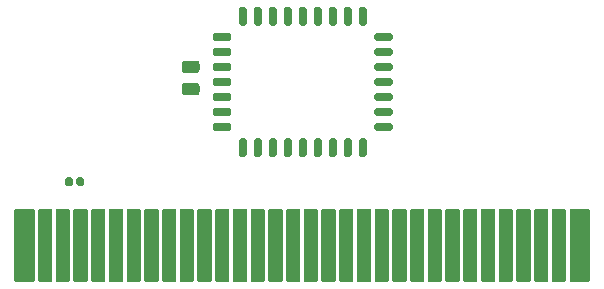
<source format=gts>
%TF.GenerationSoftware,KiCad,Pcbnew,(5.1.8)-1*%
%TF.CreationDate,2020-12-20T15:01:14+01:00*%
%TF.ProjectId,GBA Cart,47424120-4361-4727-942e-6b696361645f,rev?*%
%TF.SameCoordinates,Original*%
%TF.FileFunction,Soldermask,Top*%
%TF.FilePolarity,Negative*%
%FSLAX46Y46*%
G04 Gerber Fmt 4.6, Leading zero omitted, Abs format (unit mm)*
G04 Created by KiCad (PCBNEW (5.1.8)-1) date 2020-12-20 15:01:14*
%MOMM*%
%LPD*%
G01*
G04 APERTURE LIST*
G04 APERTURE END LIST*
%TO.C,R2*%
G36*
G01*
X31679200Y-48521000D02*
X31679200Y-48126000D01*
G75*
G02*
X31851700Y-47953500I172500J0D01*
G01*
X32196700Y-47953500D01*
G75*
G02*
X32369200Y-48126000I0J-172500D01*
G01*
X32369200Y-48521000D01*
G75*
G02*
X32196700Y-48693500I-172500J0D01*
G01*
X31851700Y-48693500D01*
G75*
G02*
X31679200Y-48521000I0J172500D01*
G01*
G37*
G36*
G01*
X30709200Y-48521000D02*
X30709200Y-48126000D01*
G75*
G02*
X30881700Y-47953500I172500J0D01*
G01*
X31226700Y-47953500D01*
G75*
G02*
X31399200Y-48126000I0J-172500D01*
G01*
X31399200Y-48521000D01*
G75*
G02*
X31226700Y-48693500I-172500J0D01*
G01*
X30881700Y-48693500D01*
G75*
G02*
X30709200Y-48521000I0J172500D01*
G01*
G37*
%TD*%
%TO.C,J1*%
G36*
G01*
X73445760Y-56715940D02*
X73445760Y-50715940D01*
G75*
G02*
X73547360Y-50614340I101600J0D01*
G01*
X75047360Y-50614340D01*
G75*
G02*
X75148960Y-50715940I0J-101600D01*
G01*
X75148960Y-56715940D01*
G75*
G02*
X75047360Y-56817540I-101600J0D01*
G01*
X73547360Y-56817540D01*
G75*
G02*
X73445760Y-56715940I0J101600D01*
G01*
G37*
G36*
G01*
X71945760Y-56715941D02*
X71945760Y-50715939D01*
G75*
G02*
X72047359Y-50614340I101599J0D01*
G01*
X73047361Y-50614340D01*
G75*
G02*
X73148960Y-50715939I0J-101599D01*
G01*
X73148960Y-56715941D01*
G75*
G02*
X73047361Y-56817540I-101599J0D01*
G01*
X72047359Y-56817540D01*
G75*
G02*
X71945760Y-56715941I0J101599D01*
G01*
G37*
G36*
G01*
X70445760Y-56715941D02*
X70445760Y-50715939D01*
G75*
G02*
X70547359Y-50614340I101599J0D01*
G01*
X71547361Y-50614340D01*
G75*
G02*
X71648960Y-50715939I0J-101599D01*
G01*
X71648960Y-56715941D01*
G75*
G02*
X71547361Y-56817540I-101599J0D01*
G01*
X70547359Y-56817540D01*
G75*
G02*
X70445760Y-56715941I0J101599D01*
G01*
G37*
G36*
G01*
X68945760Y-56715941D02*
X68945760Y-50715939D01*
G75*
G02*
X69047359Y-50614340I101599J0D01*
G01*
X70047361Y-50614340D01*
G75*
G02*
X70148960Y-50715939I0J-101599D01*
G01*
X70148960Y-56715941D01*
G75*
G02*
X70047361Y-56817540I-101599J0D01*
G01*
X69047359Y-56817540D01*
G75*
G02*
X68945760Y-56715941I0J101599D01*
G01*
G37*
G36*
G01*
X67445760Y-56715941D02*
X67445760Y-50715939D01*
G75*
G02*
X67547359Y-50614340I101599J0D01*
G01*
X68547361Y-50614340D01*
G75*
G02*
X68648960Y-50715939I0J-101599D01*
G01*
X68648960Y-56715941D01*
G75*
G02*
X68547361Y-56817540I-101599J0D01*
G01*
X67547359Y-56817540D01*
G75*
G02*
X67445760Y-56715941I0J101599D01*
G01*
G37*
G36*
G01*
X65945760Y-56715941D02*
X65945760Y-50715939D01*
G75*
G02*
X66047359Y-50614340I101599J0D01*
G01*
X67047361Y-50614340D01*
G75*
G02*
X67148960Y-50715939I0J-101599D01*
G01*
X67148960Y-56715941D01*
G75*
G02*
X67047361Y-56817540I-101599J0D01*
G01*
X66047359Y-56817540D01*
G75*
G02*
X65945760Y-56715941I0J101599D01*
G01*
G37*
G36*
G01*
X64445760Y-56715941D02*
X64445760Y-50715939D01*
G75*
G02*
X64547359Y-50614340I101599J0D01*
G01*
X65547361Y-50614340D01*
G75*
G02*
X65648960Y-50715939I0J-101599D01*
G01*
X65648960Y-56715941D01*
G75*
G02*
X65547361Y-56817540I-101599J0D01*
G01*
X64547359Y-56817540D01*
G75*
G02*
X64445760Y-56715941I0J101599D01*
G01*
G37*
G36*
G01*
X62945760Y-56715941D02*
X62945760Y-50715939D01*
G75*
G02*
X63047359Y-50614340I101599J0D01*
G01*
X64047361Y-50614340D01*
G75*
G02*
X64148960Y-50715939I0J-101599D01*
G01*
X64148960Y-56715941D01*
G75*
G02*
X64047361Y-56817540I-101599J0D01*
G01*
X63047359Y-56817540D01*
G75*
G02*
X62945760Y-56715941I0J101599D01*
G01*
G37*
G36*
G01*
X61445760Y-56715941D02*
X61445760Y-50715939D01*
G75*
G02*
X61547359Y-50614340I101599J0D01*
G01*
X62547361Y-50614340D01*
G75*
G02*
X62648960Y-50715939I0J-101599D01*
G01*
X62648960Y-56715941D01*
G75*
G02*
X62547361Y-56817540I-101599J0D01*
G01*
X61547359Y-56817540D01*
G75*
G02*
X61445760Y-56715941I0J101599D01*
G01*
G37*
G36*
G01*
X59945760Y-56715941D02*
X59945760Y-50715939D01*
G75*
G02*
X60047359Y-50614340I101599J0D01*
G01*
X61047361Y-50614340D01*
G75*
G02*
X61148960Y-50715939I0J-101599D01*
G01*
X61148960Y-56715941D01*
G75*
G02*
X61047361Y-56817540I-101599J0D01*
G01*
X60047359Y-56817540D01*
G75*
G02*
X59945760Y-56715941I0J101599D01*
G01*
G37*
G36*
G01*
X58445760Y-56715941D02*
X58445760Y-50715939D01*
G75*
G02*
X58547359Y-50614340I101599J0D01*
G01*
X59547361Y-50614340D01*
G75*
G02*
X59648960Y-50715939I0J-101599D01*
G01*
X59648960Y-56715941D01*
G75*
G02*
X59547361Y-56817540I-101599J0D01*
G01*
X58547359Y-56817540D01*
G75*
G02*
X58445760Y-56715941I0J101599D01*
G01*
G37*
G36*
G01*
X56945760Y-56715941D02*
X56945760Y-50715939D01*
G75*
G02*
X57047359Y-50614340I101599J0D01*
G01*
X58047361Y-50614340D01*
G75*
G02*
X58148960Y-50715939I0J-101599D01*
G01*
X58148960Y-56715941D01*
G75*
G02*
X58047361Y-56817540I-101599J0D01*
G01*
X57047359Y-56817540D01*
G75*
G02*
X56945760Y-56715941I0J101599D01*
G01*
G37*
G36*
G01*
X55445760Y-56715941D02*
X55445760Y-50715939D01*
G75*
G02*
X55547359Y-50614340I101599J0D01*
G01*
X56547361Y-50614340D01*
G75*
G02*
X56648960Y-50715939I0J-101599D01*
G01*
X56648960Y-56715941D01*
G75*
G02*
X56547361Y-56817540I-101599J0D01*
G01*
X55547359Y-56817540D01*
G75*
G02*
X55445760Y-56715941I0J101599D01*
G01*
G37*
G36*
G01*
X53945760Y-56715941D02*
X53945760Y-50715939D01*
G75*
G02*
X54047359Y-50614340I101599J0D01*
G01*
X55047361Y-50614340D01*
G75*
G02*
X55148960Y-50715939I0J-101599D01*
G01*
X55148960Y-56715941D01*
G75*
G02*
X55047361Y-56817540I-101599J0D01*
G01*
X54047359Y-56817540D01*
G75*
G02*
X53945760Y-56715941I0J101599D01*
G01*
G37*
G36*
G01*
X52445760Y-56715941D02*
X52445760Y-50715939D01*
G75*
G02*
X52547359Y-50614340I101599J0D01*
G01*
X53547361Y-50614340D01*
G75*
G02*
X53648960Y-50715939I0J-101599D01*
G01*
X53648960Y-56715941D01*
G75*
G02*
X53547361Y-56817540I-101599J0D01*
G01*
X52547359Y-56817540D01*
G75*
G02*
X52445760Y-56715941I0J101599D01*
G01*
G37*
G36*
G01*
X50945760Y-56715941D02*
X50945760Y-50715939D01*
G75*
G02*
X51047359Y-50614340I101599J0D01*
G01*
X52047361Y-50614340D01*
G75*
G02*
X52148960Y-50715939I0J-101599D01*
G01*
X52148960Y-56715941D01*
G75*
G02*
X52047361Y-56817540I-101599J0D01*
G01*
X51047359Y-56817540D01*
G75*
G02*
X50945760Y-56715941I0J101599D01*
G01*
G37*
G36*
G01*
X49445760Y-56715941D02*
X49445760Y-50715939D01*
G75*
G02*
X49547359Y-50614340I101599J0D01*
G01*
X50547361Y-50614340D01*
G75*
G02*
X50648960Y-50715939I0J-101599D01*
G01*
X50648960Y-56715941D01*
G75*
G02*
X50547361Y-56817540I-101599J0D01*
G01*
X49547359Y-56817540D01*
G75*
G02*
X49445760Y-56715941I0J101599D01*
G01*
G37*
G36*
G01*
X47945760Y-56715941D02*
X47945760Y-50715939D01*
G75*
G02*
X48047359Y-50614340I101599J0D01*
G01*
X49047361Y-50614340D01*
G75*
G02*
X49148960Y-50715939I0J-101599D01*
G01*
X49148960Y-56715941D01*
G75*
G02*
X49047361Y-56817540I-101599J0D01*
G01*
X48047359Y-56817540D01*
G75*
G02*
X47945760Y-56715941I0J101599D01*
G01*
G37*
G36*
G01*
X46445760Y-56715941D02*
X46445760Y-50715939D01*
G75*
G02*
X46547359Y-50614340I101599J0D01*
G01*
X47547361Y-50614340D01*
G75*
G02*
X47648960Y-50715939I0J-101599D01*
G01*
X47648960Y-56715941D01*
G75*
G02*
X47547361Y-56817540I-101599J0D01*
G01*
X46547359Y-56817540D01*
G75*
G02*
X46445760Y-56715941I0J101599D01*
G01*
G37*
G36*
G01*
X44945760Y-56715941D02*
X44945760Y-50715939D01*
G75*
G02*
X45047359Y-50614340I101599J0D01*
G01*
X46047361Y-50614340D01*
G75*
G02*
X46148960Y-50715939I0J-101599D01*
G01*
X46148960Y-56715941D01*
G75*
G02*
X46047361Y-56817540I-101599J0D01*
G01*
X45047359Y-56817540D01*
G75*
G02*
X44945760Y-56715941I0J101599D01*
G01*
G37*
G36*
G01*
X43445760Y-56715941D02*
X43445760Y-50715939D01*
G75*
G02*
X43547359Y-50614340I101599J0D01*
G01*
X44547361Y-50614340D01*
G75*
G02*
X44648960Y-50715939I0J-101599D01*
G01*
X44648960Y-56715941D01*
G75*
G02*
X44547361Y-56817540I-101599J0D01*
G01*
X43547359Y-56817540D01*
G75*
G02*
X43445760Y-56715941I0J101599D01*
G01*
G37*
G36*
G01*
X41945760Y-56715941D02*
X41945760Y-50715939D01*
G75*
G02*
X42047359Y-50614340I101599J0D01*
G01*
X43047361Y-50614340D01*
G75*
G02*
X43148960Y-50715939I0J-101599D01*
G01*
X43148960Y-56715941D01*
G75*
G02*
X43047361Y-56817540I-101599J0D01*
G01*
X42047359Y-56817540D01*
G75*
G02*
X41945760Y-56715941I0J101599D01*
G01*
G37*
G36*
G01*
X40445760Y-56715941D02*
X40445760Y-50715939D01*
G75*
G02*
X40547359Y-50614340I101599J0D01*
G01*
X41547361Y-50614340D01*
G75*
G02*
X41648960Y-50715939I0J-101599D01*
G01*
X41648960Y-56715941D01*
G75*
G02*
X41547361Y-56817540I-101599J0D01*
G01*
X40547359Y-56817540D01*
G75*
G02*
X40445760Y-56715941I0J101599D01*
G01*
G37*
G36*
G01*
X38945760Y-56715941D02*
X38945760Y-50715939D01*
G75*
G02*
X39047359Y-50614340I101599J0D01*
G01*
X40047361Y-50614340D01*
G75*
G02*
X40148960Y-50715939I0J-101599D01*
G01*
X40148960Y-56715941D01*
G75*
G02*
X40047361Y-56817540I-101599J0D01*
G01*
X39047359Y-56817540D01*
G75*
G02*
X38945760Y-56715941I0J101599D01*
G01*
G37*
G36*
G01*
X37445760Y-56715941D02*
X37445760Y-50715939D01*
G75*
G02*
X37547359Y-50614340I101599J0D01*
G01*
X38547361Y-50614340D01*
G75*
G02*
X38648960Y-50715939I0J-101599D01*
G01*
X38648960Y-56715941D01*
G75*
G02*
X38547361Y-56817540I-101599J0D01*
G01*
X37547359Y-56817540D01*
G75*
G02*
X37445760Y-56715941I0J101599D01*
G01*
G37*
G36*
G01*
X35945760Y-56715941D02*
X35945760Y-50715939D01*
G75*
G02*
X36047359Y-50614340I101599J0D01*
G01*
X37047361Y-50614340D01*
G75*
G02*
X37148960Y-50715939I0J-101599D01*
G01*
X37148960Y-56715941D01*
G75*
G02*
X37047361Y-56817540I-101599J0D01*
G01*
X36047359Y-56817540D01*
G75*
G02*
X35945760Y-56715941I0J101599D01*
G01*
G37*
G36*
G01*
X34445760Y-56715941D02*
X34445760Y-50715939D01*
G75*
G02*
X34547359Y-50614340I101599J0D01*
G01*
X35547361Y-50614340D01*
G75*
G02*
X35648960Y-50715939I0J-101599D01*
G01*
X35648960Y-56715941D01*
G75*
G02*
X35547361Y-56817540I-101599J0D01*
G01*
X34547359Y-56817540D01*
G75*
G02*
X34445760Y-56715941I0J101599D01*
G01*
G37*
G36*
G01*
X32945760Y-56715941D02*
X32945760Y-50715939D01*
G75*
G02*
X33047359Y-50614340I101599J0D01*
G01*
X34047361Y-50614340D01*
G75*
G02*
X34148960Y-50715939I0J-101599D01*
G01*
X34148960Y-56715941D01*
G75*
G02*
X34047361Y-56817540I-101599J0D01*
G01*
X33047359Y-56817540D01*
G75*
G02*
X32945760Y-56715941I0J101599D01*
G01*
G37*
G36*
G01*
X31445760Y-56715941D02*
X31445760Y-50715939D01*
G75*
G02*
X31547359Y-50614340I101599J0D01*
G01*
X32547361Y-50614340D01*
G75*
G02*
X32648960Y-50715939I0J-101599D01*
G01*
X32648960Y-56715941D01*
G75*
G02*
X32547361Y-56817540I-101599J0D01*
G01*
X31547359Y-56817540D01*
G75*
G02*
X31445760Y-56715941I0J101599D01*
G01*
G37*
G36*
G01*
X29945760Y-56715941D02*
X29945760Y-50715939D01*
G75*
G02*
X30047359Y-50614340I101599J0D01*
G01*
X31047361Y-50614340D01*
G75*
G02*
X31148960Y-50715939I0J-101599D01*
G01*
X31148960Y-56715941D01*
G75*
G02*
X31047361Y-56817540I-101599J0D01*
G01*
X30047359Y-56817540D01*
G75*
G02*
X29945760Y-56715941I0J101599D01*
G01*
G37*
G36*
G01*
X28445760Y-56715941D02*
X28445760Y-50715939D01*
G75*
G02*
X28547359Y-50614340I101599J0D01*
G01*
X29547361Y-50614340D01*
G75*
G02*
X29648960Y-50715939I0J-101599D01*
G01*
X29648960Y-56715941D01*
G75*
G02*
X29547361Y-56817540I-101599J0D01*
G01*
X28547359Y-56817540D01*
G75*
G02*
X28445760Y-56715941I0J101599D01*
G01*
G37*
G36*
G01*
X26445760Y-56715940D02*
X26445760Y-50715940D01*
G75*
G02*
X26547360Y-50614340I101600J0D01*
G01*
X28047360Y-50614340D01*
G75*
G02*
X28148960Y-50715940I0J-101600D01*
G01*
X28148960Y-56715940D01*
G75*
G02*
X28047360Y-56817540I-101600J0D01*
G01*
X26547360Y-56817540D01*
G75*
G02*
X26445760Y-56715940I0J101600D01*
G01*
G37*
%TD*%
%TO.C,C1*%
G36*
G01*
X40890250Y-39937700D02*
X41852750Y-39937700D01*
G75*
G02*
X42121500Y-40206450I0J-268750D01*
G01*
X42121500Y-40743950D01*
G75*
G02*
X41852750Y-41012700I-268750J0D01*
G01*
X40890250Y-41012700D01*
G75*
G02*
X40621500Y-40743950I0J268750D01*
G01*
X40621500Y-40206450D01*
G75*
G02*
X40890250Y-39937700I268750J0D01*
G01*
G37*
G36*
G01*
X40890250Y-38062700D02*
X41852750Y-38062700D01*
G75*
G02*
X42121500Y-38331450I0J-268750D01*
G01*
X42121500Y-38868950D01*
G75*
G02*
X41852750Y-39137700I-268750J0D01*
G01*
X40890250Y-39137700D01*
G75*
G02*
X40621500Y-38868950I0J268750D01*
G01*
X40621500Y-38331450D01*
G75*
G02*
X40890250Y-38062700I268750J0D01*
G01*
G37*
%TD*%
%TO.C,U1*%
G36*
G01*
X44638500Y-38958000D02*
X43413500Y-38958000D01*
G75*
G02*
X43238500Y-38783000I0J175000D01*
G01*
X43238500Y-38433000D01*
G75*
G02*
X43413500Y-38258000I175000J0D01*
G01*
X44638500Y-38258000D01*
G75*
G02*
X44813500Y-38433000I0J-175000D01*
G01*
X44813500Y-38783000D01*
G75*
G02*
X44638500Y-38958000I-175000J0D01*
G01*
G37*
G36*
G01*
X44638500Y-37688000D02*
X43413500Y-37688000D01*
G75*
G02*
X43238500Y-37513000I0J175000D01*
G01*
X43238500Y-37163000D01*
G75*
G02*
X43413500Y-36988000I175000J0D01*
G01*
X44638500Y-36988000D01*
G75*
G02*
X44813500Y-37163000I0J-175000D01*
G01*
X44813500Y-37513000D01*
G75*
G02*
X44638500Y-37688000I-175000J0D01*
G01*
G37*
G36*
G01*
X44638500Y-36418000D02*
X43413500Y-36418000D01*
G75*
G02*
X43238500Y-36243000I0J175000D01*
G01*
X43238500Y-35893000D01*
G75*
G02*
X43413500Y-35718000I175000J0D01*
G01*
X44638500Y-35718000D01*
G75*
G02*
X44813500Y-35893000I0J-175000D01*
G01*
X44813500Y-36243000D01*
G75*
G02*
X44638500Y-36418000I-175000J0D01*
G01*
G37*
G36*
G01*
X45958500Y-35103000D02*
X45608500Y-35103000D01*
G75*
G02*
X45433500Y-34928000I0J175000D01*
G01*
X45433500Y-33703000D01*
G75*
G02*
X45608500Y-33528000I175000J0D01*
G01*
X45958500Y-33528000D01*
G75*
G02*
X46133500Y-33703000I0J-175000D01*
G01*
X46133500Y-34928000D01*
G75*
G02*
X45958500Y-35103000I-175000J0D01*
G01*
G37*
G36*
G01*
X47228500Y-35103000D02*
X46878500Y-35103000D01*
G75*
G02*
X46703500Y-34928000I0J175000D01*
G01*
X46703500Y-33703000D01*
G75*
G02*
X46878500Y-33528000I175000J0D01*
G01*
X47228500Y-33528000D01*
G75*
G02*
X47403500Y-33703000I0J-175000D01*
G01*
X47403500Y-34928000D01*
G75*
G02*
X47228500Y-35103000I-175000J0D01*
G01*
G37*
G36*
G01*
X48498500Y-35103000D02*
X48148500Y-35103000D01*
G75*
G02*
X47973500Y-34928000I0J175000D01*
G01*
X47973500Y-33703000D01*
G75*
G02*
X48148500Y-33528000I175000J0D01*
G01*
X48498500Y-33528000D01*
G75*
G02*
X48673500Y-33703000I0J-175000D01*
G01*
X48673500Y-34928000D01*
G75*
G02*
X48498500Y-35103000I-175000J0D01*
G01*
G37*
G36*
G01*
X49768500Y-35103000D02*
X49418500Y-35103000D01*
G75*
G02*
X49243500Y-34928000I0J175000D01*
G01*
X49243500Y-33703000D01*
G75*
G02*
X49418500Y-33528000I175000J0D01*
G01*
X49768500Y-33528000D01*
G75*
G02*
X49943500Y-33703000I0J-175000D01*
G01*
X49943500Y-34928000D01*
G75*
G02*
X49768500Y-35103000I-175000J0D01*
G01*
G37*
G36*
G01*
X51038500Y-35103000D02*
X50688500Y-35103000D01*
G75*
G02*
X50513500Y-34928000I0J175000D01*
G01*
X50513500Y-33703000D01*
G75*
G02*
X50688500Y-33528000I175000J0D01*
G01*
X51038500Y-33528000D01*
G75*
G02*
X51213500Y-33703000I0J-175000D01*
G01*
X51213500Y-34928000D01*
G75*
G02*
X51038500Y-35103000I-175000J0D01*
G01*
G37*
G36*
G01*
X52308500Y-35103000D02*
X51958500Y-35103000D01*
G75*
G02*
X51783500Y-34928000I0J175000D01*
G01*
X51783500Y-33703000D01*
G75*
G02*
X51958500Y-33528000I175000J0D01*
G01*
X52308500Y-33528000D01*
G75*
G02*
X52483500Y-33703000I0J-175000D01*
G01*
X52483500Y-34928000D01*
G75*
G02*
X52308500Y-35103000I-175000J0D01*
G01*
G37*
G36*
G01*
X53578500Y-35103000D02*
X53228500Y-35103000D01*
G75*
G02*
X53053500Y-34928000I0J175000D01*
G01*
X53053500Y-33703000D01*
G75*
G02*
X53228500Y-33528000I175000J0D01*
G01*
X53578500Y-33528000D01*
G75*
G02*
X53753500Y-33703000I0J-175000D01*
G01*
X53753500Y-34928000D01*
G75*
G02*
X53578500Y-35103000I-175000J0D01*
G01*
G37*
G36*
G01*
X54848500Y-35103000D02*
X54498500Y-35103000D01*
G75*
G02*
X54323500Y-34928000I0J175000D01*
G01*
X54323500Y-33703000D01*
G75*
G02*
X54498500Y-33528000I175000J0D01*
G01*
X54848500Y-33528000D01*
G75*
G02*
X55023500Y-33703000I0J-175000D01*
G01*
X55023500Y-34928000D01*
G75*
G02*
X54848500Y-35103000I-175000J0D01*
G01*
G37*
G36*
G01*
X56118500Y-35103000D02*
X55768500Y-35103000D01*
G75*
G02*
X55593500Y-34928000I0J175000D01*
G01*
X55593500Y-33703000D01*
G75*
G02*
X55768500Y-33528000I175000J0D01*
G01*
X56118500Y-33528000D01*
G75*
G02*
X56293500Y-33703000I0J-175000D01*
G01*
X56293500Y-34928000D01*
G75*
G02*
X56118500Y-35103000I-175000J0D01*
G01*
G37*
G36*
G01*
X58313500Y-36418000D02*
X57088500Y-36418000D01*
G75*
G02*
X56913500Y-36243000I0J175000D01*
G01*
X56913500Y-35893000D01*
G75*
G02*
X57088500Y-35718000I175000J0D01*
G01*
X58313500Y-35718000D01*
G75*
G02*
X58488500Y-35893000I0J-175000D01*
G01*
X58488500Y-36243000D01*
G75*
G02*
X58313500Y-36418000I-175000J0D01*
G01*
G37*
G36*
G01*
X58313500Y-37688000D02*
X57088500Y-37688000D01*
G75*
G02*
X56913500Y-37513000I0J175000D01*
G01*
X56913500Y-37163000D01*
G75*
G02*
X57088500Y-36988000I175000J0D01*
G01*
X58313500Y-36988000D01*
G75*
G02*
X58488500Y-37163000I0J-175000D01*
G01*
X58488500Y-37513000D01*
G75*
G02*
X58313500Y-37688000I-175000J0D01*
G01*
G37*
G36*
G01*
X58313500Y-38958000D02*
X57088500Y-38958000D01*
G75*
G02*
X56913500Y-38783000I0J175000D01*
G01*
X56913500Y-38433000D01*
G75*
G02*
X57088500Y-38258000I175000J0D01*
G01*
X58313500Y-38258000D01*
G75*
G02*
X58488500Y-38433000I0J-175000D01*
G01*
X58488500Y-38783000D01*
G75*
G02*
X58313500Y-38958000I-175000J0D01*
G01*
G37*
G36*
G01*
X58313500Y-40228000D02*
X57088500Y-40228000D01*
G75*
G02*
X56913500Y-40053000I0J175000D01*
G01*
X56913500Y-39703000D01*
G75*
G02*
X57088500Y-39528000I175000J0D01*
G01*
X58313500Y-39528000D01*
G75*
G02*
X58488500Y-39703000I0J-175000D01*
G01*
X58488500Y-40053000D01*
G75*
G02*
X58313500Y-40228000I-175000J0D01*
G01*
G37*
G36*
G01*
X58313500Y-41498000D02*
X57088500Y-41498000D01*
G75*
G02*
X56913500Y-41323000I0J175000D01*
G01*
X56913500Y-40973000D01*
G75*
G02*
X57088500Y-40798000I175000J0D01*
G01*
X58313500Y-40798000D01*
G75*
G02*
X58488500Y-40973000I0J-175000D01*
G01*
X58488500Y-41323000D01*
G75*
G02*
X58313500Y-41498000I-175000J0D01*
G01*
G37*
G36*
G01*
X58313500Y-42768000D02*
X57088500Y-42768000D01*
G75*
G02*
X56913500Y-42593000I0J175000D01*
G01*
X56913500Y-42243000D01*
G75*
G02*
X57088500Y-42068000I175000J0D01*
G01*
X58313500Y-42068000D01*
G75*
G02*
X58488500Y-42243000I0J-175000D01*
G01*
X58488500Y-42593000D01*
G75*
G02*
X58313500Y-42768000I-175000J0D01*
G01*
G37*
G36*
G01*
X58313500Y-44038000D02*
X57088500Y-44038000D01*
G75*
G02*
X56913500Y-43863000I0J175000D01*
G01*
X56913500Y-43513000D01*
G75*
G02*
X57088500Y-43338000I175000J0D01*
G01*
X58313500Y-43338000D01*
G75*
G02*
X58488500Y-43513000I0J-175000D01*
G01*
X58488500Y-43863000D01*
G75*
G02*
X58313500Y-44038000I-175000J0D01*
G01*
G37*
G36*
G01*
X56118500Y-46228000D02*
X55768500Y-46228000D01*
G75*
G02*
X55593500Y-46053000I0J175000D01*
G01*
X55593500Y-44828000D01*
G75*
G02*
X55768500Y-44653000I175000J0D01*
G01*
X56118500Y-44653000D01*
G75*
G02*
X56293500Y-44828000I0J-175000D01*
G01*
X56293500Y-46053000D01*
G75*
G02*
X56118500Y-46228000I-175000J0D01*
G01*
G37*
G36*
G01*
X54848500Y-46228000D02*
X54498500Y-46228000D01*
G75*
G02*
X54323500Y-46053000I0J175000D01*
G01*
X54323500Y-44828000D01*
G75*
G02*
X54498500Y-44653000I175000J0D01*
G01*
X54848500Y-44653000D01*
G75*
G02*
X55023500Y-44828000I0J-175000D01*
G01*
X55023500Y-46053000D01*
G75*
G02*
X54848500Y-46228000I-175000J0D01*
G01*
G37*
G36*
G01*
X53578500Y-46228000D02*
X53228500Y-46228000D01*
G75*
G02*
X53053500Y-46053000I0J175000D01*
G01*
X53053500Y-44828000D01*
G75*
G02*
X53228500Y-44653000I175000J0D01*
G01*
X53578500Y-44653000D01*
G75*
G02*
X53753500Y-44828000I0J-175000D01*
G01*
X53753500Y-46053000D01*
G75*
G02*
X53578500Y-46228000I-175000J0D01*
G01*
G37*
G36*
G01*
X52308500Y-46228000D02*
X51958500Y-46228000D01*
G75*
G02*
X51783500Y-46053000I0J175000D01*
G01*
X51783500Y-44828000D01*
G75*
G02*
X51958500Y-44653000I175000J0D01*
G01*
X52308500Y-44653000D01*
G75*
G02*
X52483500Y-44828000I0J-175000D01*
G01*
X52483500Y-46053000D01*
G75*
G02*
X52308500Y-46228000I-175000J0D01*
G01*
G37*
G36*
G01*
X51038500Y-46228000D02*
X50688500Y-46228000D01*
G75*
G02*
X50513500Y-46053000I0J175000D01*
G01*
X50513500Y-44828000D01*
G75*
G02*
X50688500Y-44653000I175000J0D01*
G01*
X51038500Y-44653000D01*
G75*
G02*
X51213500Y-44828000I0J-175000D01*
G01*
X51213500Y-46053000D01*
G75*
G02*
X51038500Y-46228000I-175000J0D01*
G01*
G37*
G36*
G01*
X49768500Y-46228000D02*
X49418500Y-46228000D01*
G75*
G02*
X49243500Y-46053000I0J175000D01*
G01*
X49243500Y-44828000D01*
G75*
G02*
X49418500Y-44653000I175000J0D01*
G01*
X49768500Y-44653000D01*
G75*
G02*
X49943500Y-44828000I0J-175000D01*
G01*
X49943500Y-46053000D01*
G75*
G02*
X49768500Y-46228000I-175000J0D01*
G01*
G37*
G36*
G01*
X48498500Y-46228000D02*
X48148500Y-46228000D01*
G75*
G02*
X47973500Y-46053000I0J175000D01*
G01*
X47973500Y-44828000D01*
G75*
G02*
X48148500Y-44653000I175000J0D01*
G01*
X48498500Y-44653000D01*
G75*
G02*
X48673500Y-44828000I0J-175000D01*
G01*
X48673500Y-46053000D01*
G75*
G02*
X48498500Y-46228000I-175000J0D01*
G01*
G37*
G36*
G01*
X47228500Y-46228000D02*
X46878500Y-46228000D01*
G75*
G02*
X46703500Y-46053000I0J175000D01*
G01*
X46703500Y-44828000D01*
G75*
G02*
X46878500Y-44653000I175000J0D01*
G01*
X47228500Y-44653000D01*
G75*
G02*
X47403500Y-44828000I0J-175000D01*
G01*
X47403500Y-46053000D01*
G75*
G02*
X47228500Y-46228000I-175000J0D01*
G01*
G37*
G36*
G01*
X45958500Y-46228000D02*
X45608500Y-46228000D01*
G75*
G02*
X45433500Y-46053000I0J175000D01*
G01*
X45433500Y-44828000D01*
G75*
G02*
X45608500Y-44653000I175000J0D01*
G01*
X45958500Y-44653000D01*
G75*
G02*
X46133500Y-44828000I0J-175000D01*
G01*
X46133500Y-46053000D01*
G75*
G02*
X45958500Y-46228000I-175000J0D01*
G01*
G37*
G36*
G01*
X44638500Y-44038000D02*
X43413500Y-44038000D01*
G75*
G02*
X43238500Y-43863000I0J175000D01*
G01*
X43238500Y-43513000D01*
G75*
G02*
X43413500Y-43338000I175000J0D01*
G01*
X44638500Y-43338000D01*
G75*
G02*
X44813500Y-43513000I0J-175000D01*
G01*
X44813500Y-43863000D01*
G75*
G02*
X44638500Y-44038000I-175000J0D01*
G01*
G37*
G36*
G01*
X44638500Y-42768000D02*
X43413500Y-42768000D01*
G75*
G02*
X43238500Y-42593000I0J175000D01*
G01*
X43238500Y-42243000D01*
G75*
G02*
X43413500Y-42068000I175000J0D01*
G01*
X44638500Y-42068000D01*
G75*
G02*
X44813500Y-42243000I0J-175000D01*
G01*
X44813500Y-42593000D01*
G75*
G02*
X44638500Y-42768000I-175000J0D01*
G01*
G37*
G36*
G01*
X44638500Y-41498000D02*
X43413500Y-41498000D01*
G75*
G02*
X43238500Y-41323000I0J175000D01*
G01*
X43238500Y-40973000D01*
G75*
G02*
X43413500Y-40798000I175000J0D01*
G01*
X44638500Y-40798000D01*
G75*
G02*
X44813500Y-40973000I0J-175000D01*
G01*
X44813500Y-41323000D01*
G75*
G02*
X44638500Y-41498000I-175000J0D01*
G01*
G37*
G36*
G01*
X44638500Y-40228000D02*
X43413500Y-40228000D01*
G75*
G02*
X43238500Y-40053000I0J175000D01*
G01*
X43238500Y-39703000D01*
G75*
G02*
X43413500Y-39528000I175000J0D01*
G01*
X44638500Y-39528000D01*
G75*
G02*
X44813500Y-39703000I0J-175000D01*
G01*
X44813500Y-40053000D01*
G75*
G02*
X44638500Y-40228000I-175000J0D01*
G01*
G37*
%TD*%
M02*

</source>
